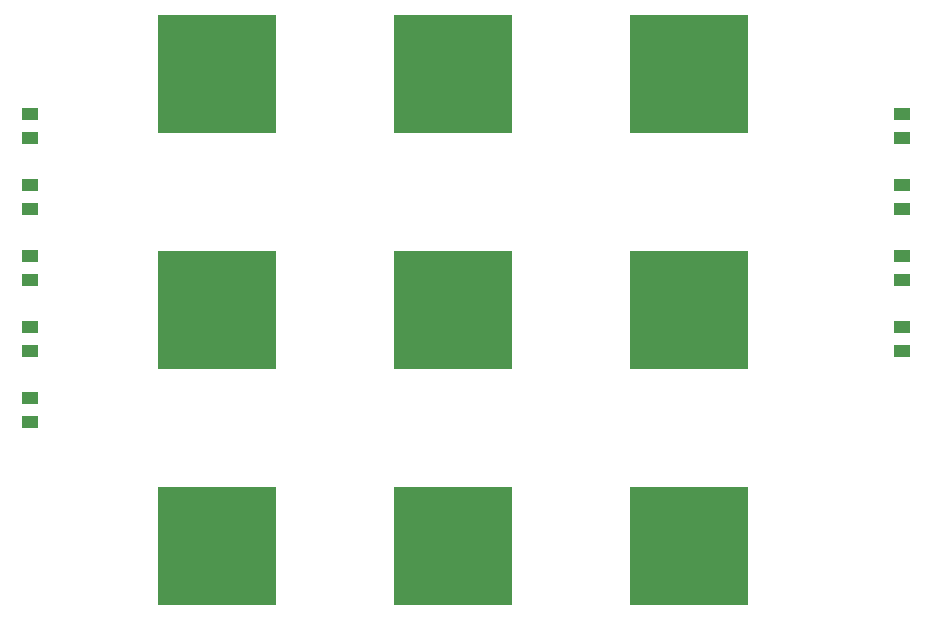
<source format=gbr>
%TF.GenerationSoftware,Altium Limited,Altium Designer,24.0.1 (36)*%
G04 Layer_Color=8421504*
%FSLAX45Y45*%
%MOMM*%
%TF.SameCoordinates,3215C8D0-E6B2-4662-8DC9-F85C750AE4ED*%
%TF.FilePolarity,Positive*%
%TF.FileFunction,Paste,Top*%
%TF.Part,Single*%
G01*
G75*
%TA.AperFunction,SMDPad,CuDef*%
%ADD10R,1.40000X1.10000*%
%ADD11R,10.00000X10.00000*%
D10*
X13000000Y8068200D02*
D03*
Y8268200D02*
D03*
X5622200Y8068200D02*
D03*
Y8268200D02*
D03*
Y7468200D02*
D03*
Y7668200D02*
D03*
Y6868200D02*
D03*
Y7068200D02*
D03*
Y6268200D02*
D03*
Y6468200D02*
D03*
X13000000Y7468200D02*
D03*
Y7668200D02*
D03*
Y6868200D02*
D03*
Y7068200D02*
D03*
Y8668200D02*
D03*
Y8868200D02*
D03*
X5622200Y8668200D02*
D03*
Y8868200D02*
D03*
D11*
X11200000Y5212700D02*
D03*
X9200000D02*
D03*
X7200000D02*
D03*
X11200000Y7212700D02*
D03*
X9200000D02*
D03*
X7200000D02*
D03*
X11200000Y9212700D02*
D03*
X9200000D02*
D03*
X7200000D02*
D03*
%TF.MD5,25df678abeaf32a1e40df9646e713535*%
M02*

</source>
